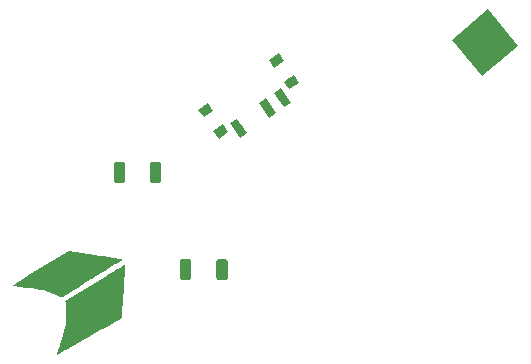
<source format=gbr>
G04 #@! TF.GenerationSoftware,KiCad,Pcbnew,5.1.2-f72e74a~84~ubuntu19.04.1*
G04 #@! TF.CreationDate,2019-06-12T21:41:49+02:00*
G04 #@! TF.ProjectId,sepiapcb2,73657069-6170-4636-9232-2e6b69636164,rev?*
G04 #@! TF.SameCoordinates,Original*
G04 #@! TF.FileFunction,Paste,Bot*
G04 #@! TF.FilePolarity,Positive*
%FSLAX46Y46*%
G04 Gerber Fmt 4.6, Leading zero omitted, Abs format (unit mm)*
G04 Created by KiCad (PCBNEW 5.1.2-f72e74a~84~ubuntu19.04.1) date 2019-06-12 21:41:49*
%MOMM*%
%LPD*%
G04 APERTURE LIST*
%ADD10C,0.100000*%
%ADD11C,0.950000*%
%ADD12C,1.524000*%
%ADD13C,0.800000*%
%ADD14C,0.700000*%
%ADD15C,4.000000*%
G04 APERTURE END LIST*
D10*
G36*
X77037623Y-54345515D02*
G01*
X77056067Y-54348251D01*
X77074154Y-54352781D01*
X77091710Y-54359063D01*
X77108565Y-54367035D01*
X77124558Y-54376621D01*
X77139535Y-54387728D01*
X77153350Y-54400250D01*
X77165872Y-54414065D01*
X77176979Y-54429042D01*
X77186565Y-54445035D01*
X77194537Y-54461890D01*
X77200819Y-54479446D01*
X77205349Y-54497533D01*
X77208085Y-54515977D01*
X77209000Y-54534600D01*
X77209000Y-55904600D01*
X77208085Y-55923223D01*
X77205349Y-55941667D01*
X77200819Y-55959754D01*
X77194537Y-55977310D01*
X77186565Y-55994165D01*
X77176979Y-56010158D01*
X77165872Y-56025135D01*
X77153350Y-56038950D01*
X77139535Y-56051472D01*
X77124558Y-56062579D01*
X77108565Y-56072165D01*
X77091710Y-56080137D01*
X77074154Y-56086419D01*
X77056067Y-56090949D01*
X77037623Y-56093685D01*
X77019000Y-56094600D01*
X76449000Y-56094600D01*
X76430377Y-56093685D01*
X76411933Y-56090949D01*
X76393846Y-56086419D01*
X76376290Y-56080137D01*
X76359435Y-56072165D01*
X76343442Y-56062579D01*
X76328465Y-56051472D01*
X76314650Y-56038950D01*
X76302128Y-56025135D01*
X76291021Y-56010158D01*
X76281435Y-55994165D01*
X76273463Y-55977310D01*
X76267181Y-55959754D01*
X76262651Y-55941667D01*
X76259915Y-55923223D01*
X76259000Y-55904600D01*
X76259000Y-54534600D01*
X76259915Y-54515977D01*
X76262651Y-54497533D01*
X76267181Y-54479446D01*
X76273463Y-54461890D01*
X76281435Y-54445035D01*
X76291021Y-54429042D01*
X76302128Y-54414065D01*
X76314650Y-54400250D01*
X76328465Y-54387728D01*
X76343442Y-54376621D01*
X76359435Y-54367035D01*
X76376290Y-54359063D01*
X76393846Y-54352781D01*
X76411933Y-54348251D01*
X76430377Y-54345515D01*
X76449000Y-54344600D01*
X77019000Y-54344600D01*
X77037623Y-54345515D01*
X77037623Y-54345515D01*
G37*
D11*
X76734000Y-55219600D03*
D10*
G36*
X73937623Y-54345515D02*
G01*
X73956067Y-54348251D01*
X73974154Y-54352781D01*
X73991710Y-54359063D01*
X74008565Y-54367035D01*
X74024558Y-54376621D01*
X74039535Y-54387728D01*
X74053350Y-54400250D01*
X74065872Y-54414065D01*
X74076979Y-54429042D01*
X74086565Y-54445035D01*
X74094537Y-54461890D01*
X74100819Y-54479446D01*
X74105349Y-54497533D01*
X74108085Y-54515977D01*
X74109000Y-54534600D01*
X74109000Y-55904600D01*
X74108085Y-55923223D01*
X74105349Y-55941667D01*
X74100819Y-55959754D01*
X74094537Y-55977310D01*
X74086565Y-55994165D01*
X74076979Y-56010158D01*
X74065872Y-56025135D01*
X74053350Y-56038950D01*
X74039535Y-56051472D01*
X74024558Y-56062579D01*
X74008565Y-56072165D01*
X73991710Y-56080137D01*
X73974154Y-56086419D01*
X73956067Y-56090949D01*
X73937623Y-56093685D01*
X73919000Y-56094600D01*
X73349000Y-56094600D01*
X73330377Y-56093685D01*
X73311933Y-56090949D01*
X73293846Y-56086419D01*
X73276290Y-56080137D01*
X73259435Y-56072165D01*
X73243442Y-56062579D01*
X73228465Y-56051472D01*
X73214650Y-56038950D01*
X73202128Y-56025135D01*
X73191021Y-56010158D01*
X73181435Y-55994165D01*
X73173463Y-55977310D01*
X73167181Y-55959754D01*
X73162651Y-55941667D01*
X73159915Y-55923223D01*
X73159000Y-55904600D01*
X73159000Y-54534600D01*
X73159915Y-54515977D01*
X73162651Y-54497533D01*
X73167181Y-54479446D01*
X73173463Y-54461890D01*
X73181435Y-54445035D01*
X73191021Y-54429042D01*
X73202128Y-54414065D01*
X73214650Y-54400250D01*
X73228465Y-54387728D01*
X73243442Y-54376621D01*
X73259435Y-54367035D01*
X73276290Y-54359063D01*
X73293846Y-54352781D01*
X73311933Y-54348251D01*
X73330377Y-54345515D01*
X73349000Y-54344600D01*
X73919000Y-54344600D01*
X73937623Y-54345515D01*
X73937623Y-54345515D01*
G37*
D11*
X73634000Y-55219600D03*
D10*
G36*
X82651023Y-62575115D02*
G01*
X82669467Y-62577851D01*
X82687554Y-62582381D01*
X82705110Y-62588663D01*
X82721965Y-62596635D01*
X82737958Y-62606221D01*
X82752935Y-62617328D01*
X82766750Y-62629850D01*
X82779272Y-62643665D01*
X82790379Y-62658642D01*
X82799965Y-62674635D01*
X82807937Y-62691490D01*
X82814219Y-62709046D01*
X82818749Y-62727133D01*
X82821485Y-62745577D01*
X82822400Y-62764200D01*
X82822400Y-64134200D01*
X82821485Y-64152823D01*
X82818749Y-64171267D01*
X82814219Y-64189354D01*
X82807937Y-64206910D01*
X82799965Y-64223765D01*
X82790379Y-64239758D01*
X82779272Y-64254735D01*
X82766750Y-64268550D01*
X82752935Y-64281072D01*
X82737958Y-64292179D01*
X82721965Y-64301765D01*
X82705110Y-64309737D01*
X82687554Y-64316019D01*
X82669467Y-64320549D01*
X82651023Y-64323285D01*
X82632400Y-64324200D01*
X82062400Y-64324200D01*
X82043777Y-64323285D01*
X82025333Y-64320549D01*
X82007246Y-64316019D01*
X81989690Y-64309737D01*
X81972835Y-64301765D01*
X81956842Y-64292179D01*
X81941865Y-64281072D01*
X81928050Y-64268550D01*
X81915528Y-64254735D01*
X81904421Y-64239758D01*
X81894835Y-64223765D01*
X81886863Y-64206910D01*
X81880581Y-64189354D01*
X81876051Y-64171267D01*
X81873315Y-64152823D01*
X81872400Y-64134200D01*
X81872400Y-62764200D01*
X81873315Y-62745577D01*
X81876051Y-62727133D01*
X81880581Y-62709046D01*
X81886863Y-62691490D01*
X81894835Y-62674635D01*
X81904421Y-62658642D01*
X81915528Y-62643665D01*
X81928050Y-62629850D01*
X81941865Y-62617328D01*
X81956842Y-62606221D01*
X81972835Y-62596635D01*
X81989690Y-62588663D01*
X82007246Y-62582381D01*
X82025333Y-62577851D01*
X82043777Y-62575115D01*
X82062400Y-62574200D01*
X82632400Y-62574200D01*
X82651023Y-62575115D01*
X82651023Y-62575115D01*
G37*
D11*
X82347400Y-63449200D03*
D10*
G36*
X79551023Y-62575115D02*
G01*
X79569467Y-62577851D01*
X79587554Y-62582381D01*
X79605110Y-62588663D01*
X79621965Y-62596635D01*
X79637958Y-62606221D01*
X79652935Y-62617328D01*
X79666750Y-62629850D01*
X79679272Y-62643665D01*
X79690379Y-62658642D01*
X79699965Y-62674635D01*
X79707937Y-62691490D01*
X79714219Y-62709046D01*
X79718749Y-62727133D01*
X79721485Y-62745577D01*
X79722400Y-62764200D01*
X79722400Y-64134200D01*
X79721485Y-64152823D01*
X79718749Y-64171267D01*
X79714219Y-64189354D01*
X79707937Y-64206910D01*
X79699965Y-64223765D01*
X79690379Y-64239758D01*
X79679272Y-64254735D01*
X79666750Y-64268550D01*
X79652935Y-64281072D01*
X79637958Y-64292179D01*
X79621965Y-64301765D01*
X79605110Y-64309737D01*
X79587554Y-64316019D01*
X79569467Y-64320549D01*
X79551023Y-64323285D01*
X79532400Y-64324200D01*
X78962400Y-64324200D01*
X78943777Y-64323285D01*
X78925333Y-64320549D01*
X78907246Y-64316019D01*
X78889690Y-64309737D01*
X78872835Y-64301765D01*
X78856842Y-64292179D01*
X78841865Y-64281072D01*
X78828050Y-64268550D01*
X78815528Y-64254735D01*
X78804421Y-64239758D01*
X78794835Y-64223765D01*
X78786863Y-64206910D01*
X78780581Y-64189354D01*
X78776051Y-64171267D01*
X78773315Y-64152823D01*
X78772400Y-64134200D01*
X78772400Y-62764200D01*
X78773315Y-62745577D01*
X78776051Y-62727133D01*
X78780581Y-62709046D01*
X78786863Y-62691490D01*
X78794835Y-62674635D01*
X78804421Y-62658642D01*
X78815528Y-62643665D01*
X78828050Y-62629850D01*
X78841865Y-62617328D01*
X78856842Y-62606221D01*
X78872835Y-62596635D01*
X78889690Y-62588663D01*
X78907246Y-62582381D01*
X78925333Y-62577851D01*
X78943777Y-62575115D01*
X78962400Y-62574200D01*
X79532400Y-62574200D01*
X79551023Y-62575115D01*
X79551023Y-62575115D01*
G37*
D11*
X79247400Y-63449200D03*
D12*
X71388200Y-66638800D03*
D10*
G36*
X74136405Y-63000211D02*
G01*
X74137355Y-63000452D01*
X74138239Y-63000874D01*
X74139025Y-63001461D01*
X74139680Y-63002189D01*
X74140181Y-63003032D01*
X74140508Y-63003956D01*
X74140650Y-63004964D01*
X74142378Y-63050431D01*
X74142379Y-63050780D01*
X74138540Y-63171231D01*
X74138537Y-63171308D01*
X74129760Y-63357285D01*
X74129759Y-63357319D01*
X74116676Y-63599367D01*
X74116675Y-63599387D01*
X74099916Y-63888049D01*
X74099915Y-63888062D01*
X74080112Y-64213882D01*
X74080111Y-64213893D01*
X74057895Y-64567414D01*
X74057895Y-64567422D01*
X74033896Y-64939188D01*
X74033895Y-64939196D01*
X74008744Y-65319751D01*
X74008744Y-65319758D01*
X73983073Y-65699645D01*
X73983072Y-65699653D01*
X73957511Y-66069416D01*
X73957510Y-66069424D01*
X73932691Y-66419607D01*
X73932691Y-66419618D01*
X73909243Y-66740765D01*
X73909242Y-66740779D01*
X73887798Y-67023433D01*
X73887796Y-67023454D01*
X73868986Y-67258158D01*
X73868983Y-67258196D01*
X73853438Y-67435495D01*
X73853429Y-67435582D01*
X73841780Y-67546019D01*
X73841723Y-67546410D01*
X73835344Y-67580660D01*
X73835071Y-67581602D01*
X73834620Y-67582472D01*
X73834007Y-67583237D01*
X73833274Y-67583856D01*
X73815690Y-67596026D01*
X73815440Y-67596189D01*
X73771557Y-67622839D01*
X73771487Y-67622881D01*
X73697788Y-67665994D01*
X73697756Y-67666012D01*
X73590721Y-67727569D01*
X73590703Y-67727579D01*
X73446812Y-67809563D01*
X73446802Y-67809569D01*
X73262538Y-67913962D01*
X73262531Y-67913966D01*
X73034374Y-68042751D01*
X73034369Y-68042754D01*
X72758800Y-68197913D01*
X72758797Y-68197915D01*
X72432298Y-68381430D01*
X72432296Y-68381431D01*
X72051347Y-68595285D01*
X72051345Y-68595286D01*
X71612427Y-68841461D01*
X71612426Y-68841462D01*
X71112020Y-69121941D01*
X71112019Y-69121941D01*
X70546608Y-69438705D01*
X69912670Y-69793737D01*
X69912669Y-69793738D01*
X69547643Y-69998128D01*
X69287421Y-70144072D01*
X69044721Y-70280651D01*
X68831634Y-70401024D01*
X68660216Y-70498369D01*
X68660216Y-70498368D01*
X68542629Y-70565805D01*
X68542629Y-70565806D01*
X68499982Y-70590849D01*
X68499862Y-70590917D01*
X68412332Y-70639121D01*
X68411602Y-70639450D01*
X68364279Y-70656350D01*
X68363328Y-70656587D01*
X68362349Y-70656635D01*
X68361379Y-70656490D01*
X68360456Y-70656160D01*
X68359293Y-70655393D01*
X68356563Y-70652989D01*
X68355894Y-70652273D01*
X68355378Y-70651439D01*
X68355035Y-70650521D01*
X68354877Y-70649554D01*
X68354911Y-70648574D01*
X68355057Y-70647872D01*
X68367752Y-70603145D01*
X68367793Y-70603009D01*
X68403125Y-70490758D01*
X68403135Y-70490725D01*
X68456975Y-70323751D01*
X68456981Y-70323733D01*
X68525201Y-70114838D01*
X68525205Y-70114824D01*
X68603675Y-69876807D01*
X68603678Y-69876801D01*
X68607124Y-69866395D01*
X68699853Y-69581700D01*
X68794871Y-69281716D01*
X68884114Y-68992469D01*
X68959529Y-68739935D01*
X68998653Y-68603003D01*
X68998654Y-68603003D01*
X69046291Y-68428554D01*
X69081618Y-68285313D01*
X69106446Y-68155654D01*
X69122657Y-68021662D01*
X69132093Y-67865485D01*
X69136579Y-67669282D01*
X69137946Y-67415350D01*
X69138034Y-67254964D01*
X69136541Y-66986527D01*
X69132384Y-66739139D01*
X69126042Y-66528173D01*
X69117998Y-66369313D01*
X69108758Y-66278229D01*
X69107822Y-66273610D01*
X69077491Y-66137829D01*
X69077372Y-66136856D01*
X69077446Y-66135879D01*
X69077708Y-66134934D01*
X69078150Y-66134059D01*
X69078754Y-66133287D01*
X69079721Y-66132499D01*
X71598295Y-64558467D01*
X71598298Y-64558465D01*
X72016671Y-64297363D01*
X72016676Y-64297360D01*
X72413771Y-64050253D01*
X72413777Y-64050249D01*
X72783814Y-63820689D01*
X72783821Y-63820685D01*
X73121024Y-63612222D01*
X73121032Y-63612217D01*
X73419621Y-63428401D01*
X73419631Y-63428395D01*
X73673830Y-63272777D01*
X73673846Y-63272767D01*
X73877875Y-63148897D01*
X73877903Y-63148880D01*
X74025985Y-63060309D01*
X74026057Y-63060267D01*
X74112414Y-63010545D01*
X74112787Y-63010351D01*
X74133532Y-63000627D01*
X74134456Y-63000300D01*
X74135426Y-63000159D01*
X74136405Y-63000211D01*
X74136405Y-63000211D01*
G37*
D12*
X69588200Y-63778800D03*
D10*
G36*
X69368695Y-61867779D02*
G01*
X71563405Y-62200368D01*
X71563410Y-62200369D01*
X71986487Y-62264866D01*
X71986495Y-62264867D01*
X72385799Y-62326481D01*
X72385809Y-62326483D01*
X72753213Y-62383906D01*
X72753224Y-62383908D01*
X73080601Y-62435838D01*
X73080616Y-62435840D01*
X73359836Y-62480969D01*
X73359857Y-62480973D01*
X73582794Y-62517998D01*
X73582833Y-62518004D01*
X73741359Y-62545618D01*
X73741465Y-62545638D01*
X73827451Y-62562537D01*
X73827830Y-62562627D01*
X73839757Y-62565952D01*
X73840671Y-62566306D01*
X73841181Y-62566603D01*
X73877511Y-62590736D01*
X73878270Y-62591356D01*
X73878894Y-62592112D01*
X73879358Y-62592975D01*
X73879645Y-62593912D01*
X73879744Y-62594887D01*
X73879651Y-62595863D01*
X73879395Y-62596735D01*
X73866214Y-62630160D01*
X73865767Y-62631032D01*
X73865158Y-62631801D01*
X73864586Y-62632309D01*
X73792460Y-62687057D01*
X73792122Y-62687292D01*
X73714099Y-62736951D01*
X73714062Y-62736974D01*
X73641631Y-62782194D01*
X73641631Y-62782195D01*
X73504346Y-62868177D01*
X73504346Y-62868176D01*
X73309052Y-62990625D01*
X73062585Y-63145249D01*
X72771783Y-63327758D01*
X72443484Y-63533859D01*
X72084525Y-63759261D01*
X71701747Y-63999671D01*
X71301985Y-64250799D01*
X71262359Y-64275695D01*
X70864220Y-64525748D01*
X70864219Y-64525749D01*
X70484631Y-64763986D01*
X70484630Y-64763987D01*
X70130124Y-64986319D01*
X70130122Y-64986320D01*
X69807226Y-65188661D01*
X69807224Y-65188662D01*
X69522469Y-65366924D01*
X69522467Y-65366926D01*
X69282382Y-65517021D01*
X69282378Y-65517023D01*
X69093494Y-65634865D01*
X69093486Y-65634870D01*
X68962331Y-65716370D01*
X68962308Y-65716384D01*
X68895412Y-65757456D01*
X68895346Y-65757496D01*
X68891584Y-65759727D01*
X68891422Y-65759819D01*
X68832994Y-65791584D01*
X68831859Y-65792031D01*
X68779695Y-65805539D01*
X68778727Y-65805691D01*
X68777738Y-65805649D01*
X68714241Y-65796616D01*
X68713136Y-65796327D01*
X68620710Y-65760467D01*
X68620348Y-65760310D01*
X68481398Y-65693335D01*
X68481320Y-65693297D01*
X68357618Y-65630997D01*
X68111776Y-65510008D01*
X67890637Y-65410285D01*
X67679860Y-65328024D01*
X67465144Y-65259439D01*
X67232092Y-65200726D01*
X66966403Y-65148116D01*
X66653714Y-65097832D01*
X66279769Y-65046110D01*
X66012179Y-65011830D01*
X65698178Y-64971880D01*
X65698162Y-64971878D01*
X65406315Y-64933802D01*
X65406297Y-64933800D01*
X65148728Y-64899254D01*
X65148704Y-64899250D01*
X64937534Y-64869890D01*
X64937493Y-64869884D01*
X64784845Y-64847366D01*
X64784732Y-64847348D01*
X64702727Y-64833327D01*
X64702464Y-64833275D01*
X64698456Y-64832366D01*
X64697620Y-64832098D01*
X64677086Y-64823445D01*
X64676225Y-64822977D01*
X64675471Y-64822351D01*
X64674854Y-64821589D01*
X64674272Y-64820379D01*
X64669346Y-64805187D01*
X64669136Y-64804230D01*
X64669118Y-64803250D01*
X64669291Y-64802285D01*
X64669855Y-64801006D01*
X64685305Y-64776142D01*
X64686151Y-64775116D01*
X64726743Y-64737450D01*
X64727118Y-64737135D01*
X64797619Y-64683533D01*
X64797803Y-64683399D01*
X64902979Y-64610730D01*
X64903078Y-64610663D01*
X65047697Y-64515794D01*
X65047755Y-64515757D01*
X65236583Y-64395557D01*
X65236618Y-64395535D01*
X65474423Y-64246872D01*
X65474444Y-64246859D01*
X65765991Y-64066600D01*
X65766003Y-64066592D01*
X66116061Y-63851606D01*
X66116069Y-63851602D01*
X66529403Y-63598756D01*
X66529407Y-63598753D01*
X66968413Y-63330764D01*
X66968414Y-63330764D01*
X69365342Y-61868455D01*
X69366225Y-61868029D01*
X69367174Y-61867783D01*
X69368152Y-61867727D01*
X69368695Y-61867779D01*
X69368695Y-61867779D01*
G37*
D13*
X82242685Y-51754493D03*
D10*
G36*
X82062540Y-52368942D02*
G01*
X81603678Y-51713620D01*
X82422830Y-51140044D01*
X82881692Y-51795366D01*
X82062540Y-52368942D01*
X82062540Y-52368942D01*
G37*
D13*
X88222495Y-47567385D03*
D10*
G36*
X88042350Y-48181834D02*
G01*
X87583488Y-47526512D01*
X88402640Y-46952936D01*
X88861502Y-47608258D01*
X88042350Y-48181834D01*
X88042350Y-48181834D01*
G37*
D13*
X86954891Y-45757059D03*
D10*
G36*
X86774746Y-46371508D02*
G01*
X86315884Y-45716186D01*
X87135036Y-45142610D01*
X87593898Y-45797932D01*
X86774746Y-46371508D01*
X86774746Y-46371508D01*
G37*
D13*
X80975081Y-49944167D03*
D10*
G36*
X80794936Y-50558616D02*
G01*
X80336074Y-49903294D01*
X81155226Y-49329718D01*
X81614088Y-49985040D01*
X80794936Y-50558616D01*
X80794936Y-50558616D01*
G37*
D14*
X87448506Y-48902840D03*
D10*
G36*
X87591985Y-49717956D02*
G01*
X86731620Y-48489228D01*
X87305027Y-48087724D01*
X88165392Y-49316452D01*
X87591985Y-49717956D01*
X87591985Y-49717956D01*
G37*
D14*
X86219778Y-49763205D03*
D10*
G36*
X86363257Y-50578321D02*
G01*
X85502892Y-49349593D01*
X86076299Y-48948089D01*
X86936664Y-50176817D01*
X86363257Y-50578321D01*
X86363257Y-50578321D01*
G37*
D14*
X83762322Y-51483934D03*
D10*
G36*
X83905801Y-52299050D02*
G01*
X83045436Y-51070322D01*
X83618843Y-50668818D01*
X84479208Y-51897546D01*
X83905801Y-52299050D01*
X83905801Y-52299050D01*
G37*
D15*
X104597591Y-44242231D03*
D10*
G36*
X107415255Y-44488745D02*
G01*
X104351077Y-47059895D01*
X101779927Y-43995717D01*
X104844105Y-41424567D01*
X107415255Y-44488745D01*
X107415255Y-44488745D01*
G37*
M02*

</source>
